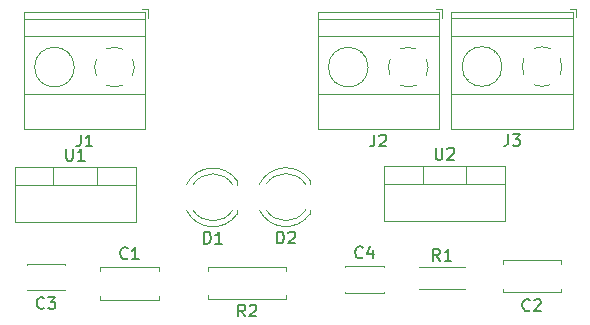
<source format=gbr>
%TF.GenerationSoftware,KiCad,Pcbnew,(6.0.7)*%
%TF.CreationDate,2023-02-08T20:34:56+01:00*%
%TF.ProjectId,udemy,7564656d-792e-46b6-9963-61645f706362,rev?*%
%TF.SameCoordinates,Original*%
%TF.FileFunction,Legend,Top*%
%TF.FilePolarity,Positive*%
%FSLAX46Y46*%
G04 Gerber Fmt 4.6, Leading zero omitted, Abs format (unit mm)*
G04 Created by KiCad (PCBNEW (6.0.7)) date 2023-02-08 20:34:56*
%MOMM*%
%LPD*%
G01*
G04 APERTURE LIST*
%ADD10C,0.150000*%
%ADD11C,0.120000*%
G04 APERTURE END LIST*
D10*
%TO.C,D1*%
X133866904Y-74987380D02*
X133866904Y-73987380D01*
X134105000Y-73987380D01*
X134247857Y-74035000D01*
X134343095Y-74130238D01*
X134390714Y-74225476D01*
X134438333Y-74415952D01*
X134438333Y-74558809D01*
X134390714Y-74749285D01*
X134343095Y-74844523D01*
X134247857Y-74939761D01*
X134105000Y-74987380D01*
X133866904Y-74987380D01*
X135390714Y-74987380D02*
X134819285Y-74987380D01*
X135105000Y-74987380D02*
X135105000Y-73987380D01*
X135009761Y-74130238D01*
X134914523Y-74225476D01*
X134819285Y-74273095D01*
%TO.C,R2*%
X137333333Y-81147380D02*
X137000000Y-80671190D01*
X136761904Y-81147380D02*
X136761904Y-80147380D01*
X137142857Y-80147380D01*
X137238095Y-80195000D01*
X137285714Y-80242619D01*
X137333333Y-80337857D01*
X137333333Y-80480714D01*
X137285714Y-80575952D01*
X137238095Y-80623571D01*
X137142857Y-80671190D01*
X136761904Y-80671190D01*
X137714285Y-80242619D02*
X137761904Y-80195000D01*
X137857142Y-80147380D01*
X138095238Y-80147380D01*
X138190476Y-80195000D01*
X138238095Y-80242619D01*
X138285714Y-80337857D01*
X138285714Y-80433095D01*
X138238095Y-80575952D01*
X137666666Y-81147380D01*
X138285714Y-81147380D01*
%TO.C,C4*%
X147283333Y-76132142D02*
X147235714Y-76179761D01*
X147092857Y-76227380D01*
X146997619Y-76227380D01*
X146854761Y-76179761D01*
X146759523Y-76084523D01*
X146711904Y-75989285D01*
X146664285Y-75798809D01*
X146664285Y-75655952D01*
X146711904Y-75465476D01*
X146759523Y-75370238D01*
X146854761Y-75275000D01*
X146997619Y-75227380D01*
X147092857Y-75227380D01*
X147235714Y-75275000D01*
X147283333Y-75322619D01*
X148140476Y-75560714D02*
X148140476Y-76227380D01*
X147902380Y-75179761D02*
X147664285Y-75894047D01*
X148283333Y-75894047D01*
%TO.C,R1*%
X153833333Y-76432380D02*
X153500000Y-75956190D01*
X153261904Y-76432380D02*
X153261904Y-75432380D01*
X153642857Y-75432380D01*
X153738095Y-75480000D01*
X153785714Y-75527619D01*
X153833333Y-75622857D01*
X153833333Y-75765714D01*
X153785714Y-75860952D01*
X153738095Y-75908571D01*
X153642857Y-75956190D01*
X153261904Y-75956190D01*
X154785714Y-76432380D02*
X154214285Y-76432380D01*
X154500000Y-76432380D02*
X154500000Y-75432380D01*
X154404761Y-75575238D01*
X154309523Y-75670476D01*
X154214285Y-75718095D01*
%TO.C,J2*%
X148271666Y-65757380D02*
X148271666Y-66471666D01*
X148224047Y-66614523D01*
X148128809Y-66709761D01*
X147985952Y-66757380D01*
X147890714Y-66757380D01*
X148700238Y-65852619D02*
X148747857Y-65805000D01*
X148843095Y-65757380D01*
X149081190Y-65757380D01*
X149176428Y-65805000D01*
X149224047Y-65852619D01*
X149271666Y-65947857D01*
X149271666Y-66043095D01*
X149224047Y-66185952D01*
X148652619Y-66757380D01*
X149271666Y-66757380D01*
%TO.C,J3*%
X159596666Y-65707380D02*
X159596666Y-66421666D01*
X159549047Y-66564523D01*
X159453809Y-66659761D01*
X159310952Y-66707380D01*
X159215714Y-66707380D01*
X159977619Y-65707380D02*
X160596666Y-65707380D01*
X160263333Y-66088333D01*
X160406190Y-66088333D01*
X160501428Y-66135952D01*
X160549047Y-66183571D01*
X160596666Y-66278809D01*
X160596666Y-66516904D01*
X160549047Y-66612142D01*
X160501428Y-66659761D01*
X160406190Y-66707380D01*
X160120476Y-66707380D01*
X160025238Y-66659761D01*
X159977619Y-66612142D01*
%TO.C,D2*%
X140041904Y-74962380D02*
X140041904Y-73962380D01*
X140280000Y-73962380D01*
X140422857Y-74010000D01*
X140518095Y-74105238D01*
X140565714Y-74200476D01*
X140613333Y-74390952D01*
X140613333Y-74533809D01*
X140565714Y-74724285D01*
X140518095Y-74819523D01*
X140422857Y-74914761D01*
X140280000Y-74962380D01*
X140041904Y-74962380D01*
X140994285Y-74057619D02*
X141041904Y-74010000D01*
X141137142Y-73962380D01*
X141375238Y-73962380D01*
X141470476Y-74010000D01*
X141518095Y-74057619D01*
X141565714Y-74152857D01*
X141565714Y-74248095D01*
X141518095Y-74390952D01*
X140946666Y-74962380D01*
X141565714Y-74962380D01*
%TO.C,J1*%
X123396666Y-65757380D02*
X123396666Y-66471666D01*
X123349047Y-66614523D01*
X123253809Y-66709761D01*
X123110952Y-66757380D01*
X123015714Y-66757380D01*
X124396666Y-66757380D02*
X123825238Y-66757380D01*
X124110952Y-66757380D02*
X124110952Y-65757380D01*
X124015714Y-65900238D01*
X123920476Y-65995476D01*
X123825238Y-66043095D01*
%TO.C,U1*%
X122188095Y-66952380D02*
X122188095Y-67761904D01*
X122235714Y-67857142D01*
X122283333Y-67904761D01*
X122378571Y-67952380D01*
X122569047Y-67952380D01*
X122664285Y-67904761D01*
X122711904Y-67857142D01*
X122759523Y-67761904D01*
X122759523Y-66952380D01*
X123759523Y-67952380D02*
X123188095Y-67952380D01*
X123473809Y-67952380D02*
X123473809Y-66952380D01*
X123378571Y-67095238D01*
X123283333Y-67190476D01*
X123188095Y-67238095D01*
%TO.C,U2*%
X153463095Y-66877380D02*
X153463095Y-67686904D01*
X153510714Y-67782142D01*
X153558333Y-67829761D01*
X153653571Y-67877380D01*
X153844047Y-67877380D01*
X153939285Y-67829761D01*
X153986904Y-67782142D01*
X154034523Y-67686904D01*
X154034523Y-66877380D01*
X154463095Y-66972619D02*
X154510714Y-66925000D01*
X154605952Y-66877380D01*
X154844047Y-66877380D01*
X154939285Y-66925000D01*
X154986904Y-66972619D01*
X155034523Y-67067857D01*
X155034523Y-67163095D01*
X154986904Y-67305952D01*
X154415476Y-67877380D01*
X155034523Y-67877380D01*
%TO.C,C3*%
X120308333Y-80432142D02*
X120260714Y-80479761D01*
X120117857Y-80527380D01*
X120022619Y-80527380D01*
X119879761Y-80479761D01*
X119784523Y-80384523D01*
X119736904Y-80289285D01*
X119689285Y-80098809D01*
X119689285Y-79955952D01*
X119736904Y-79765476D01*
X119784523Y-79670238D01*
X119879761Y-79575000D01*
X120022619Y-79527380D01*
X120117857Y-79527380D01*
X120260714Y-79575000D01*
X120308333Y-79622619D01*
X120641666Y-79527380D02*
X121260714Y-79527380D01*
X120927380Y-79908333D01*
X121070238Y-79908333D01*
X121165476Y-79955952D01*
X121213095Y-80003571D01*
X121260714Y-80098809D01*
X121260714Y-80336904D01*
X121213095Y-80432142D01*
X121165476Y-80479761D01*
X121070238Y-80527380D01*
X120784523Y-80527380D01*
X120689285Y-80479761D01*
X120641666Y-80432142D01*
%TO.C,C1*%
X127383333Y-76207142D02*
X127335714Y-76254761D01*
X127192857Y-76302380D01*
X127097619Y-76302380D01*
X126954761Y-76254761D01*
X126859523Y-76159523D01*
X126811904Y-76064285D01*
X126764285Y-75873809D01*
X126764285Y-75730952D01*
X126811904Y-75540476D01*
X126859523Y-75445238D01*
X126954761Y-75350000D01*
X127097619Y-75302380D01*
X127192857Y-75302380D01*
X127335714Y-75350000D01*
X127383333Y-75397619D01*
X128335714Y-76302380D02*
X127764285Y-76302380D01*
X128050000Y-76302380D02*
X128050000Y-75302380D01*
X127954761Y-75445238D01*
X127859523Y-75540476D01*
X127764285Y-75588095D01*
%TO.C,C2*%
X161433333Y-80607142D02*
X161385714Y-80654761D01*
X161242857Y-80702380D01*
X161147619Y-80702380D01*
X161004761Y-80654761D01*
X160909523Y-80559523D01*
X160861904Y-80464285D01*
X160814285Y-80273809D01*
X160814285Y-80130952D01*
X160861904Y-79940476D01*
X160909523Y-79845238D01*
X161004761Y-79750000D01*
X161147619Y-79702380D01*
X161242857Y-79702380D01*
X161385714Y-79750000D01*
X161433333Y-79797619D01*
X161814285Y-79797619D02*
X161861904Y-79750000D01*
X161957142Y-79702380D01*
X162195238Y-79702380D01*
X162290476Y-79750000D01*
X162338095Y-79797619D01*
X162385714Y-79892857D01*
X162385714Y-79988095D01*
X162338095Y-80130952D01*
X161766666Y-80702380D01*
X162385714Y-80702380D01*
D11*
%TO.C,D1*%
X136665000Y-72474000D02*
X136665000Y-72155000D01*
X136665000Y-69995000D02*
X136665000Y-69676000D01*
X132361758Y-72155724D02*
G75*
G03*
X136665000Y-72473749I2243242J1080724D01*
G01*
X132922287Y-72155961D02*
G75*
G03*
X136288330Y-72155000I1682713J1080961D01*
G01*
X136288330Y-69995000D02*
G75*
G03*
X132922287Y-69994039I-1683330J-1080000D01*
G01*
X136665000Y-69676251D02*
G75*
G03*
X132361758Y-69994276I-2060000J-1398749D01*
G01*
%TO.C,R2*%
X140770000Y-79695000D02*
X134230000Y-79695000D01*
X134230000Y-76955000D02*
X134230000Y-77285000D01*
X134230000Y-79695000D02*
X134230000Y-79365000D01*
X140770000Y-79365000D02*
X140770000Y-79695000D01*
X140770000Y-77285000D02*
X140770000Y-76955000D01*
X140770000Y-76955000D02*
X134230000Y-76955000D01*
%TO.C,C4*%
X145830000Y-79080000D02*
X145830000Y-79145000D01*
X149070000Y-76905000D02*
X149070000Y-76970000D01*
X145830000Y-76905000D02*
X149070000Y-76905000D01*
X145830000Y-79145000D02*
X149070000Y-79145000D01*
X149070000Y-79080000D02*
X149070000Y-79145000D01*
X145830000Y-76905000D02*
X145830000Y-76970000D01*
%TO.C,R1*%
X152080000Y-76980000D02*
X155920000Y-76980000D01*
X152080000Y-78820000D02*
X155920000Y-78820000D01*
%TO.C,J2*%
X144790000Y-61114000D02*
X144837000Y-61068000D01*
X153745000Y-65306000D02*
X143465000Y-65306000D01*
X153985000Y-55885000D02*
X153985000Y-55145000D01*
X143465000Y-65306000D02*
X143465000Y-55385000D01*
X153745000Y-57445000D02*
X143465000Y-57445000D01*
X153745000Y-62346000D02*
X143465000Y-62346000D01*
X153745000Y-55385000D02*
X143465000Y-55385000D01*
X153745000Y-65306000D02*
X153745000Y-55385000D01*
X153745000Y-55945000D02*
X143465000Y-55945000D01*
X147099000Y-58806000D02*
X147134000Y-58771000D01*
X144995000Y-61320000D02*
X145030000Y-61284000D01*
X147292000Y-59022000D02*
X147339000Y-58976000D01*
X153985000Y-55145000D02*
X153485000Y-55145000D01*
X151829000Y-58510000D02*
G75*
G03*
X151116195Y-58364747I-683999J-1535001D01*
G01*
X149609999Y-59361000D02*
G75*
G03*
X149609573Y-60728042I1535001J-684000D01*
G01*
X150461000Y-61580000D02*
G75*
G03*
X151828042Y-61580427I684001J1534993D01*
G01*
X152680000Y-60729000D02*
G75*
G03*
X152680427Y-59361958I-1534993J684001D01*
G01*
X151145000Y-58365000D02*
G75*
G03*
X150461682Y-58510244I0J-1680000D01*
G01*
X147745000Y-60045000D02*
G75*
G03*
X147745000Y-60045000I-1680000J0D01*
G01*
%TO.C,J3*%
X158424000Y-58756000D02*
X158459000Y-58721000D01*
X158617000Y-58972000D02*
X158664000Y-58926000D01*
X165310000Y-55835000D02*
X165310000Y-55095000D01*
X165070000Y-55895000D02*
X154790000Y-55895000D01*
X154790000Y-65256000D02*
X154790000Y-55335000D01*
X165070000Y-55335000D02*
X154790000Y-55335000D01*
X156115000Y-61064000D02*
X156162000Y-61018000D01*
X165310000Y-55095000D02*
X164810000Y-55095000D01*
X165070000Y-65256000D02*
X154790000Y-65256000D01*
X165070000Y-62296000D02*
X154790000Y-62296000D01*
X165070000Y-65256000D02*
X165070000Y-55335000D01*
X156320000Y-61270000D02*
X156355000Y-61234000D01*
X165070000Y-57395000D02*
X154790000Y-57395000D01*
X164005000Y-60679000D02*
G75*
G03*
X164005427Y-59311958I-1534993J684001D01*
G01*
X161786000Y-61530000D02*
G75*
G03*
X163153042Y-61530427I684001J1534993D01*
G01*
X160934999Y-59311000D02*
G75*
G03*
X160934573Y-60678042I1535001J-684000D01*
G01*
X163154000Y-58460000D02*
G75*
G03*
X162441195Y-58314747I-683999J-1535001D01*
G01*
X162470000Y-58315000D02*
G75*
G03*
X161786682Y-58460244I0J-1680000D01*
G01*
X159070000Y-59995000D02*
G75*
G03*
X159070000Y-59995000I-1680000J0D01*
G01*
%TO.C,D2*%
X142840000Y-69970000D02*
X142840000Y-69651000D01*
X142840000Y-72449000D02*
X142840000Y-72130000D01*
X142840000Y-69651251D02*
G75*
G03*
X138536758Y-69969276I-2060000J-1398749D01*
G01*
X138536758Y-72130724D02*
G75*
G03*
X142840000Y-72448749I2243242J1080724D01*
G01*
X139097287Y-72130961D02*
G75*
G03*
X142463330Y-72130000I1682713J1080961D01*
G01*
X142463330Y-69970000D02*
G75*
G03*
X139097287Y-69969039I-1683330J-1080000D01*
G01*
%TO.C,J1*%
X128870000Y-55945000D02*
X118590000Y-55945000D01*
X129110000Y-55885000D02*
X129110000Y-55145000D01*
X129110000Y-55145000D02*
X128610000Y-55145000D01*
X128870000Y-55385000D02*
X118590000Y-55385000D01*
X122417000Y-59022000D02*
X122464000Y-58976000D01*
X128870000Y-62346000D02*
X118590000Y-62346000D01*
X122224000Y-58806000D02*
X122259000Y-58771000D01*
X128870000Y-57445000D02*
X118590000Y-57445000D01*
X120120000Y-61320000D02*
X120155000Y-61284000D01*
X128870000Y-65306000D02*
X118590000Y-65306000D01*
X128870000Y-65306000D02*
X128870000Y-55385000D01*
X118590000Y-65306000D02*
X118590000Y-55385000D01*
X119915000Y-61114000D02*
X119962000Y-61068000D01*
X125586000Y-61580000D02*
G75*
G03*
X126953042Y-61580427I684001J1534993D01*
G01*
X124734999Y-59361000D02*
G75*
G03*
X124734573Y-60728042I1535001J-684000D01*
G01*
X126270000Y-58365000D02*
G75*
G03*
X125586682Y-58510244I0J-1680000D01*
G01*
X126954000Y-58510000D02*
G75*
G03*
X126241195Y-58364747I-683999J-1535001D01*
G01*
X127805000Y-60729000D02*
G75*
G03*
X127805427Y-59361958I-1534993J684001D01*
G01*
X122870000Y-60045000D02*
G75*
G03*
X122870000Y-60045000I-1680000J0D01*
G01*
%TO.C,U1*%
X117830000Y-70010000D02*
X128070000Y-70010000D01*
X124801000Y-68500000D02*
X124801000Y-70010000D01*
X117830000Y-68500000D02*
X117830000Y-73141000D01*
X117830000Y-73141000D02*
X128070000Y-73141000D01*
X117830000Y-68500000D02*
X128070000Y-68500000D01*
X128070000Y-68500000D02*
X128070000Y-73141000D01*
X121100000Y-68500000D02*
X121100000Y-70010000D01*
%TO.C,U2*%
X156076000Y-68425000D02*
X156076000Y-69935000D01*
X159345000Y-68425000D02*
X159345000Y-73066000D01*
X152375000Y-68425000D02*
X152375000Y-69935000D01*
X149105000Y-68425000D02*
X149105000Y-73066000D01*
X149105000Y-68425000D02*
X159345000Y-68425000D01*
X149105000Y-69935000D02*
X159345000Y-69935000D01*
X149105000Y-73066000D02*
X159345000Y-73066000D01*
%TO.C,C3*%
X122095000Y-76705000D02*
X118855000Y-76705000D01*
X118855000Y-76770000D02*
X118855000Y-76705000D01*
X122095000Y-76770000D02*
X122095000Y-76705000D01*
X118855000Y-78945000D02*
X118855000Y-78880000D01*
X122095000Y-78945000D02*
X118855000Y-78945000D01*
X122095000Y-78945000D02*
X122095000Y-78880000D01*
%TO.C,C1*%
X125080000Y-79720000D02*
X130020000Y-79720000D01*
X125080000Y-76980000D02*
X125080000Y-77295000D01*
X130020000Y-76980000D02*
X130020000Y-77295000D01*
X130020000Y-79405000D02*
X130020000Y-79720000D01*
X125080000Y-76980000D02*
X130020000Y-76980000D01*
X125080000Y-79405000D02*
X125080000Y-79720000D01*
%TO.C,C2*%
X164070000Y-79120000D02*
X159130000Y-79120000D01*
X159130000Y-76695000D02*
X159130000Y-76380000D01*
X164070000Y-76380000D02*
X159130000Y-76380000D01*
X164070000Y-79120000D02*
X164070000Y-78805000D01*
X159130000Y-79120000D02*
X159130000Y-78805000D01*
X164070000Y-76695000D02*
X164070000Y-76380000D01*
%TD*%
M02*

</source>
